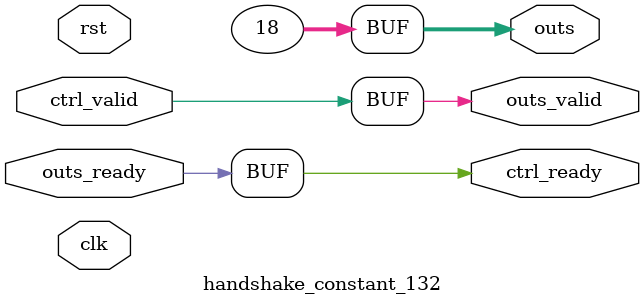
<source format=v>
`timescale 1ns / 1ps
module handshake_constant_132 #(
  parameter DATA_WIDTH = 32  // Default set to 32 bits
) (
  input                       clk,
  input                       rst,
  // Input Channel
  input                       ctrl_valid,
  output                      ctrl_ready,
  // Output Channel
  output [DATA_WIDTH - 1 : 0] outs,
  output                      outs_valid,
  input                       outs_ready
);
  assign outs       = 6'b010010;
  assign outs_valid = ctrl_valid;
  assign ctrl_ready = outs_ready;

endmodule

</source>
